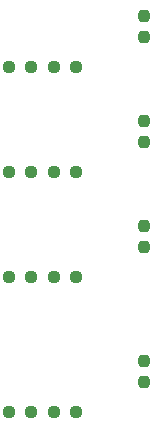
<source format=gbp>
G04 #@! TF.GenerationSoftware,KiCad,Pcbnew,7.0.11-7.0.11~ubuntu20.04.1*
G04 #@! TF.CreationDate,2024-08-22T00:47:31+02:00*
G04 #@! TF.ProjectId,kicad-pmod-semaphore,6b696361-642d-4706-9d6f-642d73656d61,1.0*
G04 #@! TF.SameCoordinates,Original*
G04 #@! TF.FileFunction,Paste,Bot*
G04 #@! TF.FilePolarity,Positive*
%FSLAX46Y46*%
G04 Gerber Fmt 4.6, Leading zero omitted, Abs format (unit mm)*
G04 Created by KiCad (PCBNEW 7.0.11-7.0.11~ubuntu20.04.1) date 2024-08-22 00:47:31*
%MOMM*%
%LPD*%
G01*
G04 APERTURE LIST*
G04 Aperture macros list*
%AMRoundRect*
0 Rectangle with rounded corners*
0 $1 Rounding radius*
0 $2 $3 $4 $5 $6 $7 $8 $9 X,Y pos of 4 corners*
0 Add a 4 corners polygon primitive as box body*
4,1,4,$2,$3,$4,$5,$6,$7,$8,$9,$2,$3,0*
0 Add four circle primitives for the rounded corners*
1,1,$1+$1,$2,$3*
1,1,$1+$1,$4,$5*
1,1,$1+$1,$6,$7*
1,1,$1+$1,$8,$9*
0 Add four rect primitives between the rounded corners*
20,1,$1+$1,$2,$3,$4,$5,0*
20,1,$1+$1,$4,$5,$6,$7,0*
20,1,$1+$1,$6,$7,$8,$9,0*
20,1,$1+$1,$8,$9,$2,$3,0*%
G04 Aperture macros list end*
%ADD10RoundRect,0.237500X-0.237500X0.250000X-0.237500X-0.250000X0.237500X-0.250000X0.237500X0.250000X0*%
%ADD11RoundRect,0.237500X0.250000X0.237500X-0.250000X0.237500X-0.250000X-0.237500X0.250000X-0.237500X0*%
G04 APERTURE END LIST*
D10*
X125730000Y-83900000D03*
X125730000Y-85725000D03*
X125730000Y-72470000D03*
X125730000Y-74295000D03*
X125730000Y-63580000D03*
X125730000Y-65405000D03*
X125730000Y-54690000D03*
X125730000Y-56515000D03*
D11*
X116125000Y-88265000D03*
X114300000Y-88265000D03*
X116125000Y-76835000D03*
X114300000Y-76835000D03*
X116125000Y-67945000D03*
X114300000Y-67945000D03*
X116125000Y-59055000D03*
X114300000Y-59055000D03*
X119935000Y-88265000D03*
X118110000Y-88265000D03*
X119935000Y-76835000D03*
X118110000Y-76835000D03*
X119935000Y-67945000D03*
X118110000Y-67945000D03*
X119935000Y-59055000D03*
X118110000Y-59055000D03*
M02*

</source>
